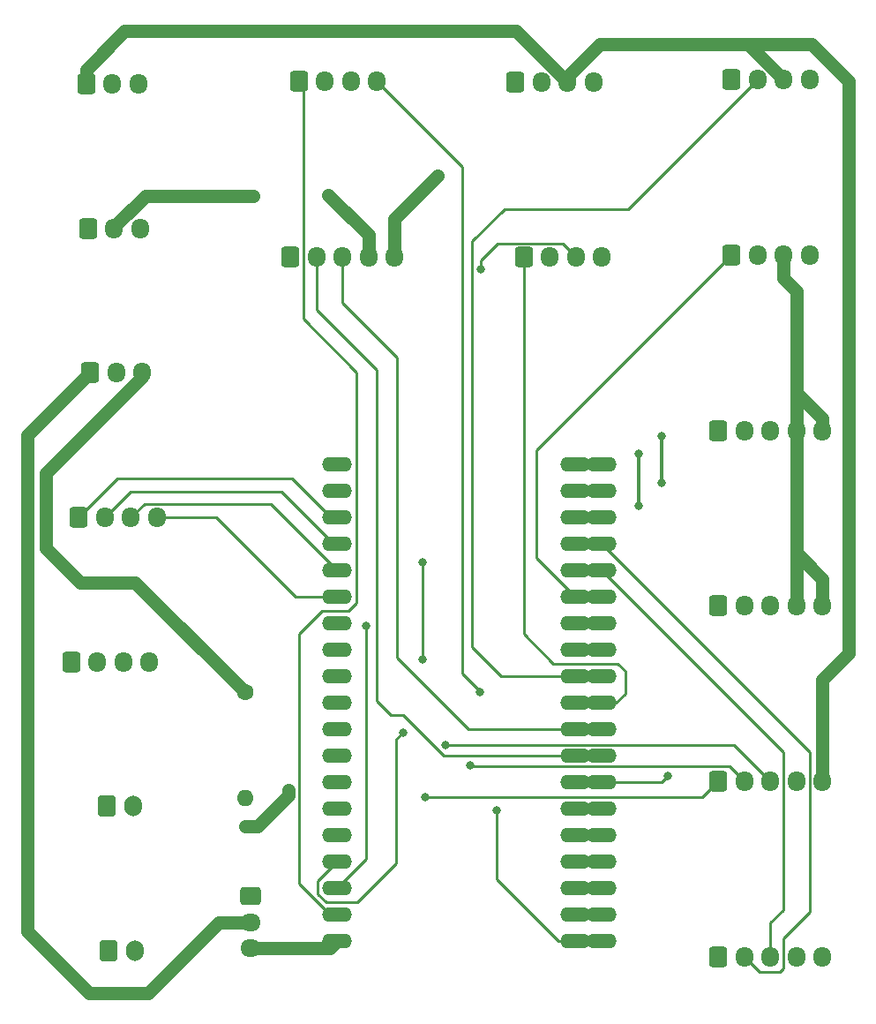
<source format=gbr>
%TF.GenerationSoftware,KiCad,Pcbnew,8.0.5*%
%TF.CreationDate,2025-04-21T16:13:32+05:30*%
%TF.ProjectId,arc,6172632e-6b69-4636-9164-5f7063625858,rev?*%
%TF.SameCoordinates,Original*%
%TF.FileFunction,Copper,L1,Top*%
%TF.FilePolarity,Positive*%
%FSLAX46Y46*%
G04 Gerber Fmt 4.6, Leading zero omitted, Abs format (unit mm)*
G04 Created by KiCad (PCBNEW 8.0.5) date 2025-04-21 16:13:32*
%MOMM*%
%LPD*%
G01*
G04 APERTURE LIST*
G04 Aperture macros list*
%AMRoundRect*
0 Rectangle with rounded corners*
0 $1 Rounding radius*
0 $2 $3 $4 $5 $6 $7 $8 $9 X,Y pos of 4 corners*
0 Add a 4 corners polygon primitive as box body*
4,1,4,$2,$3,$4,$5,$6,$7,$8,$9,$2,$3,0*
0 Add four circle primitives for the rounded corners*
1,1,$1+$1,$2,$3*
1,1,$1+$1,$4,$5*
1,1,$1+$1,$6,$7*
1,1,$1+$1,$8,$9*
0 Add four rect primitives between the rounded corners*
20,1,$1+$1,$2,$3,$4,$5,0*
20,1,$1+$1,$4,$5,$6,$7,0*
20,1,$1+$1,$6,$7,$8,$9,0*
20,1,$1+$1,$8,$9,$2,$3,0*%
G04 Aperture macros list end*
%TA.AperFunction,ComponentPad*%
%ADD10RoundRect,0.250000X-0.600000X-0.725000X0.600000X-0.725000X0.600000X0.725000X-0.600000X0.725000X0*%
%TD*%
%TA.AperFunction,ComponentPad*%
%ADD11O,1.700000X1.950000*%
%TD*%
%TA.AperFunction,ComponentPad*%
%ADD12RoundRect,0.250000X-0.600000X-0.750000X0.600000X-0.750000X0.600000X0.750000X-0.600000X0.750000X0*%
%TD*%
%TA.AperFunction,ComponentPad*%
%ADD13O,1.700000X2.000000*%
%TD*%
%TA.AperFunction,ComponentPad*%
%ADD14O,2.844800X1.422400*%
%TD*%
%TA.AperFunction,ComponentPad*%
%ADD15C,1.600000*%
%TD*%
%TA.AperFunction,ComponentPad*%
%ADD16O,1.600000X1.600000*%
%TD*%
%TA.AperFunction,ComponentPad*%
%ADD17RoundRect,0.250000X-0.725000X0.600000X-0.725000X-0.600000X0.725000X-0.600000X0.725000X0.600000X0*%
%TD*%
%TA.AperFunction,ComponentPad*%
%ADD18O,1.950000X1.700000*%
%TD*%
%TA.AperFunction,ViaPad*%
%ADD19C,0.800000*%
%TD*%
%TA.AperFunction,Conductor*%
%ADD20C,0.317500*%
%TD*%
%TA.AperFunction,Conductor*%
%ADD21C,1.270000*%
%TD*%
%TA.AperFunction,Conductor*%
%ADD22C,0.250000*%
%TD*%
G04 APERTURE END LIST*
D10*
%TO.P,J3,1,Pin_1*%
%TO.N,GPIO11*%
X136353083Y-41383333D03*
D11*
%TO.P,J3,2,Pin_2*%
%TO.N,GPIO10*%
X138853083Y-41383333D03*
%TO.P,J3,3,Pin_3*%
%TO.N,GPIO9*%
X141353083Y-41383333D03*
%TO.P,J3,4,Pin_4*%
%TO.N,GPIO13*%
X143853083Y-41383333D03*
%TD*%
D12*
%TO.P,J6,1,Pin_1*%
%TO.N,+5V*%
X118099998Y-124787500D03*
D13*
%TO.P,J6,2,Pin_2*%
%TO.N,GND*%
X120599998Y-124787500D03*
%TD*%
D10*
%TO.P,J5,1,Pin_1*%
%TO.N,GPIO21*%
X177859250Y-58070000D03*
D11*
%TO.P,J5,2,Pin_2*%
%TO.N,GPIO22*%
X180359250Y-58070000D03*
%TO.P,J5,3,Pin_3*%
%TO.N,VCCQ*%
X182859250Y-58070000D03*
%TO.P,J5,4,Pin_4*%
%TO.N,GND*%
X185359250Y-58070000D03*
%TD*%
D10*
%TO.P,J10,1,Pin_1*%
%TO.N,GPIO19*%
X177859250Y-41250000D03*
D11*
%TO.P,J10,2,Pin_2*%
%TO.N,GPIO18*%
X180359250Y-41250000D03*
%TO.P,J10,3,Pin_3*%
%TO.N,VCC*%
X182859250Y-41250000D03*
%TO.P,J10,4,Pin_4*%
%TO.N,GND*%
X185359250Y-41250000D03*
%TD*%
D10*
%TO.P,J15,1,Pin_1*%
%TO.N,VCC*%
X116116666Y-55506249D03*
D11*
%TO.P,J15,2,Pin_2*%
%TO.N,GND*%
X118616666Y-55506249D03*
%TO.P,J15,3,Pin_3*%
%TO.N,VCCQ*%
X121116666Y-55506249D03*
%TD*%
D10*
%TO.P,J2,1,Pin_1*%
%TO.N,GPIO12*%
X176609250Y-108530000D03*
D11*
%TO.P,J2,2,Pin_2*%
%TO.N,GPIO14*%
X179109250Y-108530000D03*
%TO.P,J2,3,Pin_3*%
%TO.N,GPIO27*%
X181609250Y-108530000D03*
%TO.P,J2,4,Pin_4*%
%TO.N,GND*%
X184109250Y-108530000D03*
%TO.P,J2,5,Pin_5*%
%TO.N,VCC*%
X186609250Y-108530000D03*
%TD*%
D14*
%TO.P,U1,3V3,3.3V*%
%TO.N,VCCQ*%
X140020000Y-78160000D03*
%TO.P,U1,EN,EN*%
%TO.N,SPI_RST*%
X140020000Y-80700000D03*
%TO.P,U1,GND@1,GND@1*%
%TO.N,GND*%
X140020000Y-111180000D03*
%TO.P,U1,GND@2,GND@2*%
X162880000Y-78160000D03*
X165420000Y-78160000D03*
%TO.P,U1,GND@3,GND@3*%
X162880000Y-93400000D03*
X165420000Y-93400000D03*
%TO.P,U1,GPIO0,GPIO0*%
%TO.N,GPIO0*%
X162880000Y-111180000D03*
X165420000Y-111180000D03*
%TO.P,U1,GPIO2,GPIO2*%
%TO.N,m4_4*%
X162880000Y-113720000D03*
X165420000Y-113720000D03*
%TO.P,U1,GPIO4,GPIO4*%
%TO.N,GPIO4*%
X162880000Y-108640000D03*
X165420000Y-108640000D03*
%TO.P,U1,GPIO5,GPIO5*%
%TO.N,GPIO5*%
X162880000Y-101020000D03*
X165420000Y-101020000D03*
%TO.P,U1,GPIO6,GPIO6*%
%TO.N,GPIO6*%
X162880000Y-123880000D03*
X165420000Y-123880000D03*
%TO.P,U1,GPIO7,GPIO7*%
%TO.N,GPIO7*%
X162880000Y-121340000D03*
X165420000Y-121340000D03*
%TO.P,U1,GPIO8,GPIO8*%
%TO.N,GPIO8*%
X162880000Y-118800000D03*
X165420000Y-118800000D03*
%TO.P,U1,GPIO9,GPIO9*%
%TO.N,GPIO9*%
X140020000Y-116260000D03*
%TO.P,U1,GPIO10,GPIO10*%
%TO.N,GPIO10*%
X140020000Y-118800000D03*
%TO.P,U1,GPIO11,GPIO11*%
%TO.N,GPIO11*%
X140020000Y-121340000D03*
%TO.P,U1,GPIO12,GPIO12*%
%TO.N,GPIO12*%
X140020000Y-108640000D03*
%TO.P,U1,GPIO13,GPIO13*%
%TO.N,GPIO13*%
X140020000Y-113720000D03*
%TO.P,U1,GPIO14,GPIO14*%
%TO.N,GPIO14*%
X140020000Y-106100000D03*
%TO.P,U1,GPIO15,GPIO15*%
%TO.N,GPIO15*%
X162880000Y-116260000D03*
X165420000Y-116260000D03*
%TO.P,U1,GPIO16,GPIO16*%
%TO.N,GPIO16*%
X162880000Y-106100000D03*
X165420000Y-106100000D03*
%TO.P,U1,GPIO17,GPIO17*%
%TO.N,GPIO17*%
X162880000Y-103560000D03*
X165420000Y-103560000D03*
%TO.P,U1,GPIO18,GPIO18*%
%TO.N,GPIO18*%
X162880000Y-98480000D03*
X165420000Y-98480000D03*
%TO.P,U1,GPIO19,GPIO19*%
%TO.N,GPIO19*%
X162880000Y-95940000D03*
X165420000Y-95940000D03*
%TO.P,U1,GPIO21,GPIO21*%
%TO.N,GPIO21*%
X162880000Y-90860000D03*
X165420000Y-90860000D03*
%TO.P,U1,GPIO22,GPIO22*%
%TO.N,GPIO22*%
X162880000Y-83240000D03*
X165420000Y-83240000D03*
%TO.P,U1,GPIO23,GPIO23*%
%TO.N,GPIO23*%
X162880000Y-80700000D03*
X165420000Y-80700000D03*
%TO.P,U1,GPIO25,GPIO25*%
%TO.N,GPIO25*%
X140020000Y-98480000D03*
%TO.P,U1,GPIO26,GPIO26*%
%TO.N,GPIO26*%
X140020000Y-101020000D03*
%TO.P,U1,GPIO27,GPIO27*%
%TO.N,GPIO27*%
X140020000Y-103560000D03*
%TO.P,U1,GPIO32,GPIO32*%
%TO.N,GPIO32*%
X140020000Y-93400000D03*
%TO.P,U1,GPIO33,GPIO33*%
%TO.N,GPIO33*%
X140020000Y-95940000D03*
%TO.P,U1,GPIO34,GPIO34*%
%TO.N,a_in_1*%
X140020000Y-88320000D03*
%TO.P,U1,GPIO35,GPIO35*%
%TO.N,a_in_2*%
X140020000Y-90860000D03*
%TO.P,U1,GPIO36,GPIO36*%
%TO.N,a_in_3*%
X140020000Y-83240000D03*
%TO.P,U1,GPIO39,GPIO39*%
%TO.N,a_in_4*%
X140020000Y-85780000D03*
%TO.P,U1,RX0,RX0*%
%TO.N,RX*%
X162880000Y-88320000D03*
X165420000Y-88320000D03*
%TO.P,U1,TX0,TX0*%
%TO.N,TX*%
X162880000Y-85780000D03*
X165420000Y-85780000D03*
%TO.P,U1,VIN,VIN*%
%TO.N,VAA*%
X140020000Y-123880000D03*
%TD*%
D10*
%TO.P,J14,1,Pin_1*%
%TO.N,GPIO25*%
X157106166Y-41516666D03*
D11*
%TO.P,J14,2,Pin_2*%
%TO.N,GPIO26*%
X159606166Y-41516666D03*
%TO.P,J14,3,Pin_3*%
%TO.N,VCC*%
X162106166Y-41516666D03*
%TO.P,J14,4,Pin_4*%
%TO.N,GND*%
X164606166Y-41516666D03*
%TD*%
D10*
%TO.P,J0,1,Pin_1*%
%TO.N,GND*%
X176609250Y-74890000D03*
D11*
%TO.P,J0,2,Pin_2*%
%TO.N,GPIO15*%
X179109250Y-74890000D03*
%TO.P,J0,3,Pin_3*%
%TO.N,GPIO4*%
X181609250Y-74890000D03*
%TO.P,J0,4,Pin_4*%
%TO.N,VCCQ*%
X184109250Y-74890000D03*
%TO.P,J0,5,Pin_5*%
X186609250Y-74890000D03*
%TD*%
D15*
%TO.P,R1,1*%
%TO.N,VCCQ*%
X131200000Y-100020000D03*
D16*
%TO.P,R1,2*%
%TO.N,Net-(J7-Pin_1)*%
X131200000Y-110180000D03*
%TD*%
D10*
%TO.P,J16,1,Pin_1*%
%TO.N,VCC*%
X116299999Y-69362499D03*
D11*
%TO.P,J16,2,Pin_2*%
%TO.N,GND*%
X118799999Y-69362499D03*
%TO.P,J16,3,Pin_3*%
%TO.N,VCCQ*%
X121299999Y-69362499D03*
%TD*%
D10*
%TO.P,J1,1,Pin_1*%
%TO.N,GND*%
X176609250Y-91710000D03*
D11*
%TO.P,J1,2,Pin_2*%
%TO.N,GPIO7*%
X179109250Y-91710000D03*
%TO.P,J1,3,Pin_3*%
%TO.N,GPIO8*%
X181609250Y-91710000D03*
%TO.P,J1,4,Pin_4*%
%TO.N,VCCQ*%
X184109250Y-91710000D03*
%TO.P,J1,5,Pin_5*%
X186609250Y-91710000D03*
%TD*%
D10*
%TO.P,J17,1,Pin_1*%
%TO.N,VCCQ*%
X176609250Y-125350000D03*
D11*
%TO.P,J17,2,Pin_2*%
%TO.N,TX*%
X179109250Y-125350000D03*
%TO.P,J17,3,Pin_3*%
%TO.N,RX*%
X181609250Y-125350000D03*
%TO.P,J17,4,Pin_4*%
%TO.N,GND*%
X184109250Y-125350000D03*
%TO.P,J17,5,Pin_5*%
%TO.N,VCC*%
X186609250Y-125350000D03*
%TD*%
D10*
%TO.P,J12,1,Pin_1*%
%TO.N,GPIO5*%
X157939500Y-58250000D03*
D11*
%TO.P,J12,2,Pin_2*%
%TO.N,GPIO23*%
X160439500Y-58250000D03*
%TO.P,J12,3,Pin_3*%
%TO.N,GPIO6*%
X162939500Y-58250000D03*
%TO.P,J12,4,Pin_4*%
%TO.N,m4_4*%
X165439500Y-58250000D03*
%TD*%
D10*
%TO.P,J9,1,Pin_1*%
%TO.N,GPIO0*%
X114500000Y-97074999D03*
D11*
%TO.P,J9,2,Pin_2*%
%TO.N,SPI_RST*%
X117000000Y-97074999D03*
%TO.P,J9,3,Pin_3*%
%TO.N,GPIO33*%
X119500000Y-97074999D03*
%TO.P,J9,4,Pin_4*%
%TO.N,GPIO32*%
X122000000Y-97074999D03*
%TD*%
D10*
%TO.P,J8,1,Pin_1*%
%TO.N,VCCQ*%
X135519750Y-58250000D03*
D11*
%TO.P,J8,2,Pin_2*%
%TO.N,GPIO16*%
X138019750Y-58250000D03*
%TO.P,J8,3,Pin_3*%
%TO.N,GPIO17*%
X140519750Y-58250000D03*
%TO.P,J8,4,Pin_4*%
%TO.N,GND*%
X143019750Y-58250000D03*
%TO.P,J8,5,Pin_5*%
%TO.N,VCC*%
X145519750Y-58250000D03*
%TD*%
D10*
%TO.P,J11,1,Pin_1*%
%TO.N,a_in_3*%
X115233332Y-83218749D03*
D11*
%TO.P,J11,2,Pin_2*%
%TO.N,a_in_4*%
X117733332Y-83218749D03*
%TO.P,J11,3,Pin_3*%
%TO.N,a_in_1*%
X120233332Y-83218749D03*
%TO.P,J11,4,Pin_4*%
%TO.N,a_in_2*%
X122733332Y-83218749D03*
%TD*%
D12*
%TO.P,J7,1,Pin_1*%
%TO.N,Net-(J7-Pin_1)*%
X117916665Y-110931249D03*
D13*
%TO.P,J7,2,Pin_2*%
%TO.N,GND*%
X120416665Y-110931249D03*
%TD*%
D17*
%TO.P,J4,1,Pin_1*%
%TO.N,+5V*%
X131750000Y-119570000D03*
D18*
%TO.P,J4,2,Pin_2*%
%TO.N,VCC*%
X131750000Y-122070000D03*
%TO.P,J4,3,Pin_3*%
%TO.N,VAA*%
X131750000Y-124570000D03*
%TD*%
D10*
%TO.P,J13,1,Pin_1*%
%TO.N,VCC*%
X115933333Y-41649999D03*
D11*
%TO.P,J13,2,Pin_2*%
%TO.N,GND*%
X118433333Y-41649999D03*
%TO.P,J13,3,Pin_3*%
%TO.N,VCCQ*%
X120933333Y-41649999D03*
%TD*%
D19*
%TO.N,GND*%
X135350000Y-109350000D03*
X171200000Y-75400000D03*
X139200000Y-52350000D03*
X132000000Y-52400000D03*
X131200000Y-112900000D03*
X168950000Y-77100000D03*
X168950000Y-82100000D03*
X171200000Y-79900000D03*
%TO.N,VCC*%
X149650000Y-50450000D03*
%TO.N,GPIO14*%
X152750000Y-107000000D03*
%TO.N,GPIO27*%
X150400000Y-105050000D03*
%TO.N,GPIO12*%
X148500000Y-110100000D03*
%TO.N,GPIO9*%
X146350000Y-103850000D03*
X148250000Y-96850000D03*
X148200000Y-87550000D03*
%TO.N,GPIO10*%
X142800000Y-93600000D03*
%TO.N,GPIO4*%
X171750000Y-108050000D03*
%TO.N,GPIO6*%
X155300000Y-111300000D03*
X153800000Y-59450000D03*
%TO.N,GPIO13*%
X153700000Y-99950000D03*
%TD*%
D20*
%TO.N,GND*%
X168950000Y-82100000D02*
X168950000Y-77100000D01*
D21*
X132350000Y-112900000D02*
X131200000Y-112900000D01*
X143019750Y-58250000D02*
X143019750Y-56169750D01*
X132000000Y-52400000D02*
X121597915Y-52400000D01*
X118616666Y-55381249D02*
X118616666Y-55506249D01*
X121597915Y-52400000D02*
X118616666Y-55381249D01*
X135350000Y-109900000D02*
X132350000Y-112900000D01*
X135350000Y-109350000D02*
X135350000Y-109900000D01*
X143019750Y-56169750D02*
X139200000Y-52350000D01*
D20*
X171200000Y-79900000D02*
X171200000Y-75400000D01*
D21*
%TO.N,VCC*%
X128630000Y-122070000D02*
X121850000Y-128850000D01*
X157197450Y-36600000D02*
X119600000Y-36600000D01*
X179467200Y-37850000D02*
X165250000Y-37850000D01*
X162106166Y-40993834D02*
X162106166Y-41516666D01*
X110300000Y-122950000D02*
X110300000Y-75362498D01*
X119600000Y-36600000D02*
X115933333Y-40266667D01*
X186609250Y-108530000D02*
X186609250Y-98790750D01*
X189100000Y-96300000D02*
X189100000Y-41400000D01*
X145519750Y-54580250D02*
X149650000Y-50450000D01*
X145519750Y-58250000D02*
X145519750Y-54580250D01*
X182450000Y-40840750D02*
X182859250Y-41250000D01*
X131750000Y-122070000D02*
X128630000Y-122070000D01*
X186609250Y-98790750D02*
X189100000Y-96300000D01*
X185550000Y-37850000D02*
X179467200Y-37850000D01*
X116200000Y-128850000D02*
X110300000Y-122950000D01*
X182859250Y-41250000D02*
X182859250Y-41242050D01*
X182859250Y-41242050D02*
X179467200Y-37850000D01*
X110300000Y-75362498D02*
X116299999Y-69362499D01*
X121850000Y-128850000D02*
X116200000Y-128850000D01*
X165250000Y-37850000D02*
X162106166Y-40993834D01*
X162106166Y-41516666D02*
X162106166Y-41508716D01*
X189100000Y-41400000D02*
X185550000Y-37850000D01*
X115933333Y-40266667D02*
X115933333Y-41649999D01*
X162106166Y-41508716D02*
X157197450Y-36600000D01*
D22*
%TO.N,GPIO14*%
X152750000Y-107000000D02*
X152886200Y-107136200D01*
X152886200Y-107136200D02*
X177715450Y-107136200D01*
X177715450Y-107136200D02*
X179109250Y-108530000D01*
%TO.N,GPIO27*%
X150413800Y-105063800D02*
X150400000Y-105050000D01*
X178143050Y-105063800D02*
X150413800Y-105063800D01*
X181609250Y-108530000D02*
X178143050Y-105063800D01*
%TO.N,GPIO12*%
X176609250Y-108530000D02*
X175039250Y-110100000D01*
X175039250Y-110100000D02*
X148500000Y-110100000D01*
%TO.N,GPIO9*%
X138950000Y-120150000D02*
X138150000Y-119350000D01*
X141950000Y-120150000D02*
X138950000Y-120150000D01*
X148200000Y-96800000D02*
X148250000Y-96850000D01*
X145700000Y-116400000D02*
X141950000Y-120150000D01*
X138150000Y-119350000D02*
X138150000Y-118130000D01*
X138150000Y-118130000D02*
X140020000Y-116260000D01*
X148200000Y-87550000D02*
X148200000Y-96800000D01*
X146350000Y-103850000D02*
X145700000Y-104500000D01*
X145700000Y-104500000D02*
X145700000Y-116400000D01*
%TO.N,GPIO10*%
X142800000Y-116020000D02*
X140020000Y-118800000D01*
X142800000Y-93600000D02*
X142800000Y-116020000D01*
%TO.N,GPIO11*%
X138575792Y-92200000D02*
X141100000Y-92200000D01*
X141900000Y-69350000D02*
X136750000Y-64200000D01*
X136350000Y-118381200D02*
X136350000Y-94425792D01*
X141100000Y-92200000D02*
X141900000Y-91400000D01*
X136350000Y-94425792D02*
X138575792Y-92200000D01*
X141900000Y-91400000D02*
X141900000Y-69350000D01*
X136750000Y-41780250D02*
X136353083Y-41383333D01*
X140020000Y-121340000D02*
X139308800Y-121340000D01*
X136750000Y-64200000D02*
X136750000Y-41780250D01*
X139308800Y-121340000D02*
X136350000Y-118381200D01*
D21*
%TO.N,VAA*%
X131750000Y-124570000D02*
X139330000Y-124570000D01*
X139330000Y-124570000D02*
X140020000Y-123880000D01*
D22*
%TO.N,GPIO17*%
X140519750Y-62669750D02*
X145750000Y-67900000D01*
X145750000Y-67900000D02*
X145750000Y-96700000D01*
X140519750Y-58250000D02*
X140519750Y-62669750D01*
X152610000Y-103560000D02*
X165420000Y-103560000D01*
X145750000Y-96700000D02*
X152610000Y-103560000D01*
%TO.N,GPIO16*%
X146350000Y-102200000D02*
X145200000Y-102200000D01*
X138019750Y-63319750D02*
X138019750Y-58250000D01*
X145200000Y-102200000D02*
X143800000Y-100800000D01*
X143800000Y-100800000D02*
X143800000Y-69100000D01*
X143800000Y-69100000D02*
X138019750Y-63319750D01*
X150250000Y-106100000D02*
X146350000Y-102200000D01*
X162880000Y-106100000D02*
X150250000Y-106100000D01*
%TO.N,GPIO4*%
X171160000Y-108640000D02*
X171750000Y-108050000D01*
X165420000Y-108640000D02*
X171160000Y-108640000D01*
D21*
%TO.N,VCCQ*%
X184109250Y-86650000D02*
X186609250Y-89150000D01*
X112100000Y-86150000D02*
X112100000Y-79000000D01*
X120630000Y-89450000D02*
X115400000Y-89450000D01*
X184109250Y-88800000D02*
X184109250Y-91710000D01*
X184109250Y-71250000D02*
X184109250Y-74890000D01*
X184109250Y-74890000D02*
X184109250Y-86650000D01*
X184109250Y-61565000D02*
X184109250Y-71250000D01*
X121299999Y-69800001D02*
X121299999Y-69362499D01*
X112100000Y-79000000D02*
X121299999Y-69800001D01*
X186609250Y-89150000D02*
X186609250Y-91710000D01*
X184109250Y-86650000D02*
X184109250Y-88800000D01*
X182859250Y-58070000D02*
X182859250Y-60315000D01*
X131200000Y-100020000D02*
X120630000Y-89450000D01*
X182859250Y-60315000D02*
X184109250Y-61565000D01*
X115400000Y-89450000D02*
X112100000Y-86150000D01*
X186609250Y-74890000D02*
X186609250Y-73750000D01*
X186609250Y-73750000D02*
X184109250Y-71250000D01*
D22*
%TO.N,GPIO21*%
X159100000Y-87080000D02*
X159100000Y-76829250D01*
X159100000Y-76829250D02*
X177859250Y-58070000D01*
X162880000Y-90860000D02*
X159100000Y-87080000D01*
%TO.N,GPIO6*%
X153800000Y-58600000D02*
X155450000Y-56950000D01*
X155450000Y-56950000D02*
X161639500Y-56950000D01*
X153800000Y-59450000D02*
X153800000Y-58600000D01*
X165420000Y-123880000D02*
X161254695Y-123880000D01*
X161639500Y-56950000D02*
X162939500Y-58250000D01*
X155300000Y-117925305D02*
X155300000Y-111300000D01*
X161254695Y-123880000D02*
X155300000Y-117925305D01*
%TO.N,GPIO5*%
X167650000Y-100150000D02*
X166780000Y-101020000D01*
X157939500Y-94439500D02*
X160750000Y-97250000D01*
X166780000Y-101020000D02*
X165420000Y-101020000D01*
X160750000Y-97250000D02*
X166950000Y-97250000D01*
X167650000Y-97950000D02*
X167650000Y-100150000D01*
X166950000Y-97250000D02*
X167650000Y-97950000D01*
X157939500Y-58250000D02*
X157939500Y-94439500D01*
%TO.N,GPIO18*%
X153000000Y-56700000D02*
X153000000Y-95700000D01*
X167959250Y-53650000D02*
X156050000Y-53650000D01*
X153000000Y-95700000D02*
X155780000Y-98480000D01*
X180359250Y-41250000D02*
X167959250Y-53650000D01*
X156050000Y-53650000D02*
X153000000Y-56700000D01*
X155780000Y-98480000D02*
X165420000Y-98480000D01*
%TO.N,GPIO13*%
X152050000Y-98250000D02*
X152050000Y-49580250D01*
X153700000Y-99950000D02*
X153700000Y-99900000D01*
X153700000Y-99900000D02*
X152050000Y-98250000D01*
X152050000Y-49580250D02*
X143853083Y-41383333D01*
%TO.N,a_in_1*%
X133618749Y-81918749D02*
X140020000Y-88320000D01*
X121533332Y-81918749D02*
X133618749Y-81918749D01*
X120233332Y-83218749D02*
X121533332Y-81918749D01*
%TO.N,a_in_3*%
X118952081Y-79500000D02*
X135700000Y-79500000D01*
X139440000Y-83240000D02*
X140020000Y-83240000D01*
X115233332Y-83218749D02*
X118952081Y-79500000D01*
X135700000Y-79500000D02*
X139440000Y-83240000D01*
%TO.N,TX*%
X182850000Y-126450000D02*
X182500000Y-126800000D01*
X182500000Y-126800000D02*
X180559250Y-126800000D01*
X185400000Y-105760000D02*
X185400000Y-121050000D01*
X165420000Y-85780000D02*
X185400000Y-105760000D01*
X182850000Y-123600000D02*
X182850000Y-126450000D01*
X180559250Y-126800000D02*
X179109250Y-125350000D01*
X185400000Y-121050000D02*
X182850000Y-123600000D01*
%TO.N,RX*%
X182850000Y-120868500D02*
X181609250Y-122109250D01*
X181609250Y-122109250D02*
X181609250Y-125350000D01*
X182850000Y-105750000D02*
X182850000Y-120868500D01*
X165420000Y-88320000D02*
X182850000Y-105750000D01*
%TO.N,a_in_4*%
X139680000Y-85780000D02*
X140020000Y-85780000D01*
X134700000Y-80800000D02*
X139680000Y-85780000D01*
X117733332Y-83218749D02*
X120152081Y-80800000D01*
X120152081Y-80800000D02*
X134700000Y-80800000D01*
%TO.N,a_in_2*%
X128368749Y-83218749D02*
X136010000Y-90860000D01*
X136010000Y-90860000D02*
X140020000Y-90860000D01*
X122733332Y-83218749D02*
X128368749Y-83218749D01*
%TD*%
M02*

</source>
